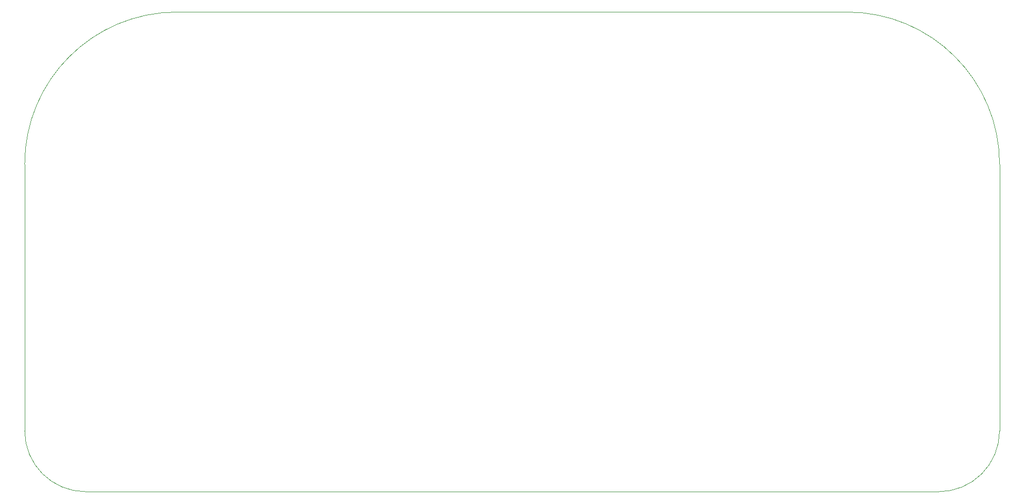
<source format=gbr>
%TF.GenerationSoftware,KiCad,Pcbnew,8.0.5*%
%TF.CreationDate,2025-03-17T23:34:24-04:00*%
%TF.ProjectId,Remote_Controller,52656d6f-7465-45f4-936f-6e74726f6c6c,rev?*%
%TF.SameCoordinates,Original*%
%TF.FileFunction,Profile,NP*%
%FSLAX46Y46*%
G04 Gerber Fmt 4.6, Leading zero omitted, Abs format (unit mm)*
G04 Created by KiCad (PCBNEW 8.0.5) date 2025-03-17 23:34:24*
%MOMM*%
%LPD*%
G01*
G04 APERTURE LIST*
%TA.AperFunction,Profile*%
%ADD10C,0.100000*%
%TD*%
G04 APERTURE END LIST*
D10*
X196000000Y-46000000D02*
G75*
G02*
X221000000Y-71000000I0J-25000000D01*
G01*
X221000000Y-114800000D02*
G75*
G02*
X211000000Y-124800000I-10000000J0D01*
G01*
X61000000Y-111000000D02*
X61000000Y-71000000D01*
X61000000Y-71000000D02*
G75*
G02*
X86000000Y-46000000I25000000J0D01*
G01*
X71000000Y-124800000D02*
G75*
G02*
X61000000Y-114800000I0J10000000D01*
G01*
X61000000Y-111000000D02*
X61000000Y-114800000D01*
X86000000Y-46000000D02*
X196000000Y-46000000D01*
X71000000Y-124800000D02*
X211000000Y-124800000D01*
X221000000Y-114800000D02*
X221000000Y-111000000D01*
X221000000Y-71000000D02*
X221000000Y-111000000D01*
M02*

</source>
